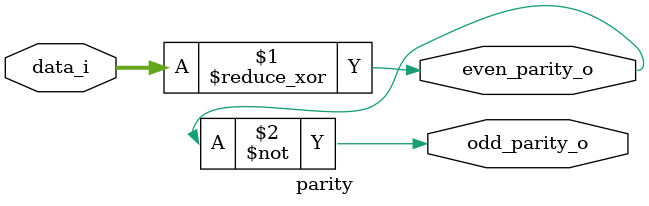
<source format=v>
/* parity.v
 *
 * Parity generator for Problem3-3
 */

module parity (
  input [31:0] data_i,
  output       odd_parity_o,
  output       even_parity_o
);

  assign even_parity_o = ^data_i;
  assign odd_parity_o  = ~even_parity_o;

endmodule

</source>
